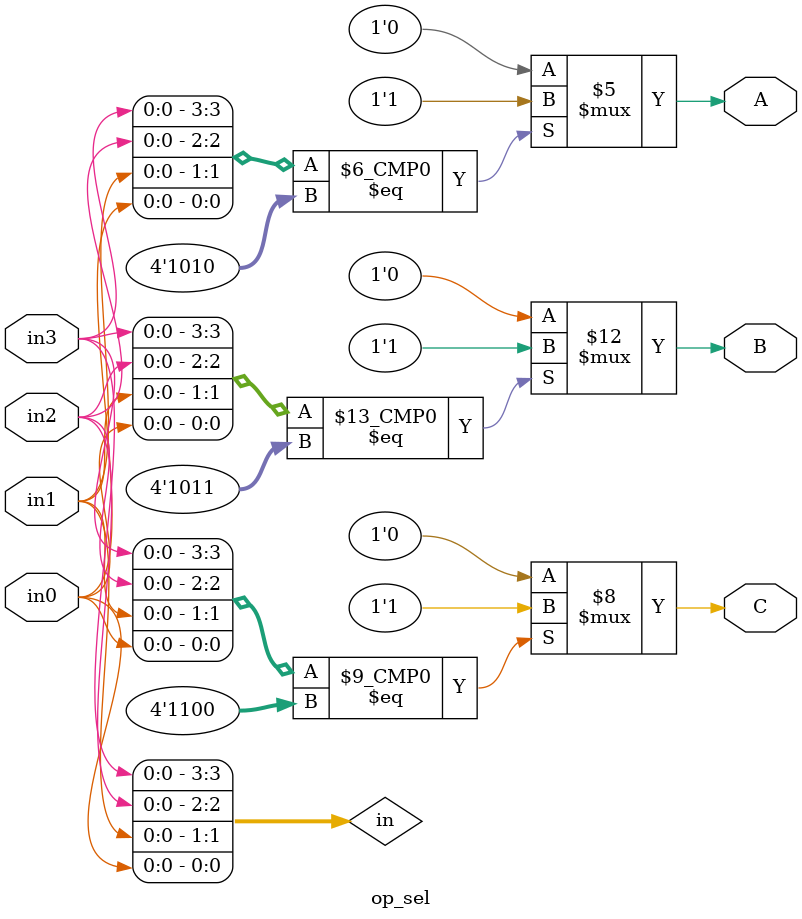
<source format=v>
module op_sel (
    input  in3,
    input  in2,
    input  in1,
    input  in0,
    output reg A,
    output reg B,
    output reg C
);
    wire [3:0] in = {in3, in2, in1, in0};

    always @(*) begin
        A = 1'b0;
        B = 1'b0;
        C = 1'b0;
        case (in)
            4'b1010: A = 1'b1;
            4'b1011: B = 1'b1;
            4'b1100: C = 1'b1;
            default: ;   
        endcase
    end

endmodule
</source>
